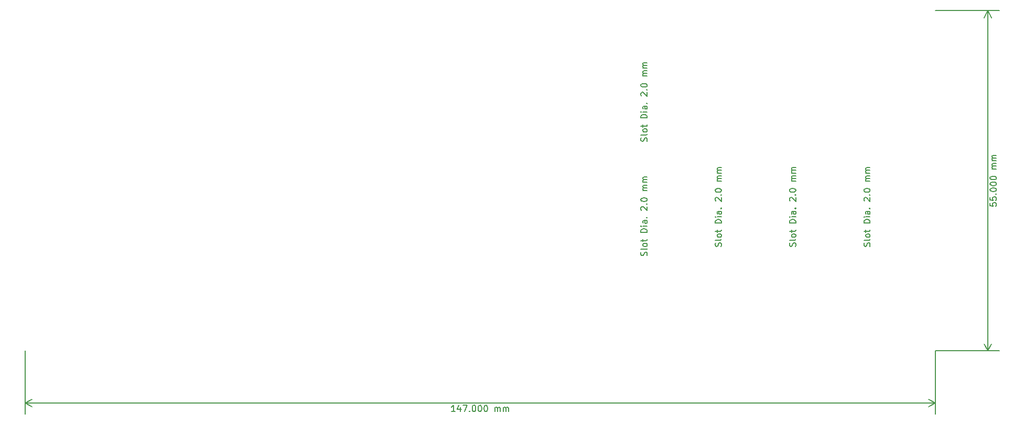
<source format=gbr>
G04 #@! TF.GenerationSoftware,KiCad,Pcbnew,(2017-08-07 revision 2d9ab80b4)-master*
G04 #@! TF.CreationDate,2017-08-10T02:16:17+02:00*
G04 #@! TF.ProjectId,z-module-pcb-r2,7A2D6D6F64756C652D7063622D72322E,rev?*
G04 #@! TF.SameCoordinates,Original*
G04 #@! TF.FileFunction,Drawing*
%FSLAX46Y46*%
G04 Gerber Fmt 4.6, Leading zero omitted, Abs format (unit mm)*
G04 Created by KiCad (PCBNEW (2017-08-07 revision 2d9ab80b4)-master) date Thu Aug 10 02:16:17 2017*
%MOMM*%
%LPD*%
G01*
G04 APERTURE LIST*
%ADD10C,0.200000*%
G04 APERTURE END LIST*
D10*
X266852380Y-97119047D02*
X266852380Y-97595238D01*
X267328571Y-97642857D01*
X267280952Y-97595238D01*
X267233333Y-97500000D01*
X267233333Y-97261904D01*
X267280952Y-97166666D01*
X267328571Y-97119047D01*
X267423809Y-97071428D01*
X267661904Y-97071428D01*
X267757142Y-97119047D01*
X267804761Y-97166666D01*
X267852380Y-97261904D01*
X267852380Y-97500000D01*
X267804761Y-97595238D01*
X267757142Y-97642857D01*
X266852380Y-96166666D02*
X266852380Y-96642857D01*
X267328571Y-96690476D01*
X267280952Y-96642857D01*
X267233333Y-96547619D01*
X267233333Y-96309523D01*
X267280952Y-96214285D01*
X267328571Y-96166666D01*
X267423809Y-96119047D01*
X267661904Y-96119047D01*
X267757142Y-96166666D01*
X267804761Y-96214285D01*
X267852380Y-96309523D01*
X267852380Y-96547619D01*
X267804761Y-96642857D01*
X267757142Y-96690476D01*
X267757142Y-95690476D02*
X267804761Y-95642857D01*
X267852380Y-95690476D01*
X267804761Y-95738095D01*
X267757142Y-95690476D01*
X267852380Y-95690476D01*
X266852380Y-95023809D02*
X266852380Y-94928571D01*
X266900000Y-94833333D01*
X266947619Y-94785714D01*
X267042857Y-94738095D01*
X267233333Y-94690476D01*
X267471428Y-94690476D01*
X267661904Y-94738095D01*
X267757142Y-94785714D01*
X267804761Y-94833333D01*
X267852380Y-94928571D01*
X267852380Y-95023809D01*
X267804761Y-95119047D01*
X267757142Y-95166666D01*
X267661904Y-95214285D01*
X267471428Y-95261904D01*
X267233333Y-95261904D01*
X267042857Y-95214285D01*
X266947619Y-95166666D01*
X266900000Y-95119047D01*
X266852380Y-95023809D01*
X266852380Y-94071428D02*
X266852380Y-93976190D01*
X266900000Y-93880952D01*
X266947619Y-93833333D01*
X267042857Y-93785714D01*
X267233333Y-93738095D01*
X267471428Y-93738095D01*
X267661904Y-93785714D01*
X267757142Y-93833333D01*
X267804761Y-93880952D01*
X267852380Y-93976190D01*
X267852380Y-94071428D01*
X267804761Y-94166666D01*
X267757142Y-94214285D01*
X267661904Y-94261904D01*
X267471428Y-94309523D01*
X267233333Y-94309523D01*
X267042857Y-94261904D01*
X266947619Y-94214285D01*
X266900000Y-94166666D01*
X266852380Y-94071428D01*
X266852380Y-93119047D02*
X266852380Y-93023809D01*
X266900000Y-92928571D01*
X266947619Y-92880952D01*
X267042857Y-92833333D01*
X267233333Y-92785714D01*
X267471428Y-92785714D01*
X267661904Y-92833333D01*
X267757142Y-92880952D01*
X267804761Y-92928571D01*
X267852380Y-93023809D01*
X267852380Y-93119047D01*
X267804761Y-93214285D01*
X267757142Y-93261904D01*
X267661904Y-93309523D01*
X267471428Y-93357142D01*
X267233333Y-93357142D01*
X267042857Y-93309523D01*
X266947619Y-93261904D01*
X266900000Y-93214285D01*
X266852380Y-93119047D01*
X267852380Y-91595238D02*
X267185714Y-91595238D01*
X267280952Y-91595238D02*
X267233333Y-91547619D01*
X267185714Y-91452380D01*
X267185714Y-91309523D01*
X267233333Y-91214285D01*
X267328571Y-91166666D01*
X267852380Y-91166666D01*
X267328571Y-91166666D02*
X267233333Y-91119047D01*
X267185714Y-91023809D01*
X267185714Y-90880952D01*
X267233333Y-90785714D01*
X267328571Y-90738095D01*
X267852380Y-90738095D01*
X267852380Y-90261904D02*
X267185714Y-90261904D01*
X267280952Y-90261904D02*
X267233333Y-90214285D01*
X267185714Y-90119047D01*
X267185714Y-89976190D01*
X267233333Y-89880952D01*
X267328571Y-89833333D01*
X267852380Y-89833333D01*
X267328571Y-89833333D02*
X267233333Y-89785714D01*
X267185714Y-89690476D01*
X267185714Y-89547619D01*
X267233333Y-89452380D01*
X267328571Y-89404761D01*
X267852380Y-89404761D01*
X266500000Y-121000000D02*
X266500000Y-66000000D01*
X258000000Y-121000000D02*
X268300000Y-121000000D01*
X258000000Y-66000000D02*
X268300000Y-66000000D01*
X266500000Y-66000000D02*
X267086421Y-67126504D01*
X266500000Y-66000000D02*
X265913579Y-67126504D01*
X266500000Y-121000000D02*
X267086421Y-119873496D01*
X266500000Y-121000000D02*
X265913579Y-119873496D01*
X211404761Y-87130952D02*
X211452380Y-86988095D01*
X211452380Y-86750000D01*
X211404761Y-86654761D01*
X211357142Y-86607142D01*
X211261904Y-86559523D01*
X211166666Y-86559523D01*
X211071428Y-86607142D01*
X211023809Y-86654761D01*
X210976190Y-86750000D01*
X210928571Y-86940476D01*
X210880952Y-87035714D01*
X210833333Y-87083333D01*
X210738095Y-87130952D01*
X210642857Y-87130952D01*
X210547619Y-87083333D01*
X210500000Y-87035714D01*
X210452380Y-86940476D01*
X210452380Y-86702380D01*
X210500000Y-86559523D01*
X211452380Y-85988095D02*
X211404761Y-86083333D01*
X211309523Y-86130952D01*
X210452380Y-86130952D01*
X211452380Y-85464285D02*
X211404761Y-85559523D01*
X211357142Y-85607142D01*
X211261904Y-85654761D01*
X210976190Y-85654761D01*
X210880952Y-85607142D01*
X210833333Y-85559523D01*
X210785714Y-85464285D01*
X210785714Y-85321428D01*
X210833333Y-85226190D01*
X210880952Y-85178571D01*
X210976190Y-85130952D01*
X211261904Y-85130952D01*
X211357142Y-85178571D01*
X211404761Y-85226190D01*
X211452380Y-85321428D01*
X211452380Y-85464285D01*
X210785714Y-84845238D02*
X210785714Y-84464285D01*
X210452380Y-84702380D02*
X211309523Y-84702380D01*
X211404761Y-84654761D01*
X211452380Y-84559523D01*
X211452380Y-84464285D01*
X211452380Y-83369047D02*
X210452380Y-83369047D01*
X210452380Y-83130952D01*
X210500000Y-82988095D01*
X210595238Y-82892857D01*
X210690476Y-82845238D01*
X210880952Y-82797619D01*
X211023809Y-82797619D01*
X211214285Y-82845238D01*
X211309523Y-82892857D01*
X211404761Y-82988095D01*
X211452380Y-83130952D01*
X211452380Y-83369047D01*
X211452380Y-82369047D02*
X210785714Y-82369047D01*
X210452380Y-82369047D02*
X210500000Y-82416666D01*
X210547619Y-82369047D01*
X210500000Y-82321428D01*
X210452380Y-82369047D01*
X210547619Y-82369047D01*
X211452380Y-81464285D02*
X210928571Y-81464285D01*
X210833333Y-81511904D01*
X210785714Y-81607142D01*
X210785714Y-81797619D01*
X210833333Y-81892857D01*
X211404761Y-81464285D02*
X211452380Y-81559523D01*
X211452380Y-81797619D01*
X211404761Y-81892857D01*
X211309523Y-81940476D01*
X211214285Y-81940476D01*
X211119047Y-81892857D01*
X211071428Y-81797619D01*
X211071428Y-81559523D01*
X211023809Y-81464285D01*
X211357142Y-80988095D02*
X211404761Y-80940476D01*
X211452380Y-80988095D01*
X211404761Y-81035714D01*
X211357142Y-80988095D01*
X211452380Y-80988095D01*
X210547619Y-79797619D02*
X210500000Y-79750000D01*
X210452380Y-79654761D01*
X210452380Y-79416666D01*
X210500000Y-79321428D01*
X210547619Y-79273809D01*
X210642857Y-79226190D01*
X210738095Y-79226190D01*
X210880952Y-79273809D01*
X211452380Y-79845238D01*
X211452380Y-79226190D01*
X211357142Y-78797619D02*
X211404761Y-78750000D01*
X211452380Y-78797619D01*
X211404761Y-78845238D01*
X211357142Y-78797619D01*
X211452380Y-78797619D01*
X210452380Y-78130952D02*
X210452380Y-78035714D01*
X210500000Y-77940476D01*
X210547619Y-77892857D01*
X210642857Y-77845238D01*
X210833333Y-77797619D01*
X211071428Y-77797619D01*
X211261904Y-77845238D01*
X211357142Y-77892857D01*
X211404761Y-77940476D01*
X211452380Y-78035714D01*
X211452380Y-78130952D01*
X211404761Y-78226190D01*
X211357142Y-78273809D01*
X211261904Y-78321428D01*
X211071428Y-78369047D01*
X210833333Y-78369047D01*
X210642857Y-78321428D01*
X210547619Y-78273809D01*
X210500000Y-78226190D01*
X210452380Y-78130952D01*
X211452380Y-76607142D02*
X210785714Y-76607142D01*
X210880952Y-76607142D02*
X210833333Y-76559523D01*
X210785714Y-76464285D01*
X210785714Y-76321428D01*
X210833333Y-76226190D01*
X210928571Y-76178571D01*
X211452380Y-76178571D01*
X210928571Y-76178571D02*
X210833333Y-76130952D01*
X210785714Y-76035714D01*
X210785714Y-75892857D01*
X210833333Y-75797619D01*
X210928571Y-75750000D01*
X211452380Y-75750000D01*
X211452380Y-75273809D02*
X210785714Y-75273809D01*
X210880952Y-75273809D02*
X210833333Y-75226190D01*
X210785714Y-75130952D01*
X210785714Y-74988095D01*
X210833333Y-74892857D01*
X210928571Y-74845238D01*
X211452380Y-74845238D01*
X210928571Y-74845238D02*
X210833333Y-74797619D01*
X210785714Y-74702380D01*
X210785714Y-74559523D01*
X210833333Y-74464285D01*
X210928571Y-74416666D01*
X211452380Y-74416666D01*
X211404761Y-105630952D02*
X211452380Y-105488095D01*
X211452380Y-105250000D01*
X211404761Y-105154761D01*
X211357142Y-105107142D01*
X211261904Y-105059523D01*
X211166666Y-105059523D01*
X211071428Y-105107142D01*
X211023809Y-105154761D01*
X210976190Y-105250000D01*
X210928571Y-105440476D01*
X210880952Y-105535714D01*
X210833333Y-105583333D01*
X210738095Y-105630952D01*
X210642857Y-105630952D01*
X210547619Y-105583333D01*
X210500000Y-105535714D01*
X210452380Y-105440476D01*
X210452380Y-105202380D01*
X210500000Y-105059523D01*
X211452380Y-104488095D02*
X211404761Y-104583333D01*
X211309523Y-104630952D01*
X210452380Y-104630952D01*
X211452380Y-103964285D02*
X211404761Y-104059523D01*
X211357142Y-104107142D01*
X211261904Y-104154761D01*
X210976190Y-104154761D01*
X210880952Y-104107142D01*
X210833333Y-104059523D01*
X210785714Y-103964285D01*
X210785714Y-103821428D01*
X210833333Y-103726190D01*
X210880952Y-103678571D01*
X210976190Y-103630952D01*
X211261904Y-103630952D01*
X211357142Y-103678571D01*
X211404761Y-103726190D01*
X211452380Y-103821428D01*
X211452380Y-103964285D01*
X210785714Y-103345238D02*
X210785714Y-102964285D01*
X210452380Y-103202380D02*
X211309523Y-103202380D01*
X211404761Y-103154761D01*
X211452380Y-103059523D01*
X211452380Y-102964285D01*
X211452380Y-101869047D02*
X210452380Y-101869047D01*
X210452380Y-101630952D01*
X210500000Y-101488095D01*
X210595238Y-101392857D01*
X210690476Y-101345238D01*
X210880952Y-101297619D01*
X211023809Y-101297619D01*
X211214285Y-101345238D01*
X211309523Y-101392857D01*
X211404761Y-101488095D01*
X211452380Y-101630952D01*
X211452380Y-101869047D01*
X211452380Y-100869047D02*
X210785714Y-100869047D01*
X210452380Y-100869047D02*
X210500000Y-100916666D01*
X210547619Y-100869047D01*
X210500000Y-100821428D01*
X210452380Y-100869047D01*
X210547619Y-100869047D01*
X211452380Y-99964285D02*
X210928571Y-99964285D01*
X210833333Y-100011904D01*
X210785714Y-100107142D01*
X210785714Y-100297619D01*
X210833333Y-100392857D01*
X211404761Y-99964285D02*
X211452380Y-100059523D01*
X211452380Y-100297619D01*
X211404761Y-100392857D01*
X211309523Y-100440476D01*
X211214285Y-100440476D01*
X211119047Y-100392857D01*
X211071428Y-100297619D01*
X211071428Y-100059523D01*
X211023809Y-99964285D01*
X211357142Y-99488095D02*
X211404761Y-99440476D01*
X211452380Y-99488095D01*
X211404761Y-99535714D01*
X211357142Y-99488095D01*
X211452380Y-99488095D01*
X210547619Y-98297619D02*
X210500000Y-98250000D01*
X210452380Y-98154761D01*
X210452380Y-97916666D01*
X210500000Y-97821428D01*
X210547619Y-97773809D01*
X210642857Y-97726190D01*
X210738095Y-97726190D01*
X210880952Y-97773809D01*
X211452380Y-98345238D01*
X211452380Y-97726190D01*
X211357142Y-97297619D02*
X211404761Y-97250000D01*
X211452380Y-97297619D01*
X211404761Y-97345238D01*
X211357142Y-97297619D01*
X211452380Y-97297619D01*
X210452380Y-96630952D02*
X210452380Y-96535714D01*
X210500000Y-96440476D01*
X210547619Y-96392857D01*
X210642857Y-96345238D01*
X210833333Y-96297619D01*
X211071428Y-96297619D01*
X211261904Y-96345238D01*
X211357142Y-96392857D01*
X211404761Y-96440476D01*
X211452380Y-96535714D01*
X211452380Y-96630952D01*
X211404761Y-96726190D01*
X211357142Y-96773809D01*
X211261904Y-96821428D01*
X211071428Y-96869047D01*
X210833333Y-96869047D01*
X210642857Y-96821428D01*
X210547619Y-96773809D01*
X210500000Y-96726190D01*
X210452380Y-96630952D01*
X211452380Y-95107142D02*
X210785714Y-95107142D01*
X210880952Y-95107142D02*
X210833333Y-95059523D01*
X210785714Y-94964285D01*
X210785714Y-94821428D01*
X210833333Y-94726190D01*
X210928571Y-94678571D01*
X211452380Y-94678571D01*
X210928571Y-94678571D02*
X210833333Y-94630952D01*
X210785714Y-94535714D01*
X210785714Y-94392857D01*
X210833333Y-94297619D01*
X210928571Y-94250000D01*
X211452380Y-94250000D01*
X211452380Y-93773809D02*
X210785714Y-93773809D01*
X210880952Y-93773809D02*
X210833333Y-93726190D01*
X210785714Y-93630952D01*
X210785714Y-93488095D01*
X210833333Y-93392857D01*
X210928571Y-93345238D01*
X211452380Y-93345238D01*
X210928571Y-93345238D02*
X210833333Y-93297619D01*
X210785714Y-93202380D01*
X210785714Y-93059523D01*
X210833333Y-92964285D01*
X210928571Y-92916666D01*
X211452380Y-92916666D01*
X223404761Y-104130952D02*
X223452380Y-103988095D01*
X223452380Y-103750000D01*
X223404761Y-103654761D01*
X223357142Y-103607142D01*
X223261904Y-103559523D01*
X223166666Y-103559523D01*
X223071428Y-103607142D01*
X223023809Y-103654761D01*
X222976190Y-103750000D01*
X222928571Y-103940476D01*
X222880952Y-104035714D01*
X222833333Y-104083333D01*
X222738095Y-104130952D01*
X222642857Y-104130952D01*
X222547619Y-104083333D01*
X222500000Y-104035714D01*
X222452380Y-103940476D01*
X222452380Y-103702380D01*
X222500000Y-103559523D01*
X223452380Y-102988095D02*
X223404761Y-103083333D01*
X223309523Y-103130952D01*
X222452380Y-103130952D01*
X223452380Y-102464285D02*
X223404761Y-102559523D01*
X223357142Y-102607142D01*
X223261904Y-102654761D01*
X222976190Y-102654761D01*
X222880952Y-102607142D01*
X222833333Y-102559523D01*
X222785714Y-102464285D01*
X222785714Y-102321428D01*
X222833333Y-102226190D01*
X222880952Y-102178571D01*
X222976190Y-102130952D01*
X223261904Y-102130952D01*
X223357142Y-102178571D01*
X223404761Y-102226190D01*
X223452380Y-102321428D01*
X223452380Y-102464285D01*
X222785714Y-101845238D02*
X222785714Y-101464285D01*
X222452380Y-101702380D02*
X223309523Y-101702380D01*
X223404761Y-101654761D01*
X223452380Y-101559523D01*
X223452380Y-101464285D01*
X223452380Y-100369047D02*
X222452380Y-100369047D01*
X222452380Y-100130952D01*
X222500000Y-99988095D01*
X222595238Y-99892857D01*
X222690476Y-99845238D01*
X222880952Y-99797619D01*
X223023809Y-99797619D01*
X223214285Y-99845238D01*
X223309523Y-99892857D01*
X223404761Y-99988095D01*
X223452380Y-100130952D01*
X223452380Y-100369047D01*
X223452380Y-99369047D02*
X222785714Y-99369047D01*
X222452380Y-99369047D02*
X222500000Y-99416666D01*
X222547619Y-99369047D01*
X222500000Y-99321428D01*
X222452380Y-99369047D01*
X222547619Y-99369047D01*
X223452380Y-98464285D02*
X222928571Y-98464285D01*
X222833333Y-98511904D01*
X222785714Y-98607142D01*
X222785714Y-98797619D01*
X222833333Y-98892857D01*
X223404761Y-98464285D02*
X223452380Y-98559523D01*
X223452380Y-98797619D01*
X223404761Y-98892857D01*
X223309523Y-98940476D01*
X223214285Y-98940476D01*
X223119047Y-98892857D01*
X223071428Y-98797619D01*
X223071428Y-98559523D01*
X223023809Y-98464285D01*
X223357142Y-97988095D02*
X223404761Y-97940476D01*
X223452380Y-97988095D01*
X223404761Y-98035714D01*
X223357142Y-97988095D01*
X223452380Y-97988095D01*
X222547619Y-96797619D02*
X222500000Y-96750000D01*
X222452380Y-96654761D01*
X222452380Y-96416666D01*
X222500000Y-96321428D01*
X222547619Y-96273809D01*
X222642857Y-96226190D01*
X222738095Y-96226190D01*
X222880952Y-96273809D01*
X223452380Y-96845238D01*
X223452380Y-96226190D01*
X223357142Y-95797619D02*
X223404761Y-95750000D01*
X223452380Y-95797619D01*
X223404761Y-95845238D01*
X223357142Y-95797619D01*
X223452380Y-95797619D01*
X222452380Y-95130952D02*
X222452380Y-95035714D01*
X222500000Y-94940476D01*
X222547619Y-94892857D01*
X222642857Y-94845238D01*
X222833333Y-94797619D01*
X223071428Y-94797619D01*
X223261904Y-94845238D01*
X223357142Y-94892857D01*
X223404761Y-94940476D01*
X223452380Y-95035714D01*
X223452380Y-95130952D01*
X223404761Y-95226190D01*
X223357142Y-95273809D01*
X223261904Y-95321428D01*
X223071428Y-95369047D01*
X222833333Y-95369047D01*
X222642857Y-95321428D01*
X222547619Y-95273809D01*
X222500000Y-95226190D01*
X222452380Y-95130952D01*
X223452380Y-93607142D02*
X222785714Y-93607142D01*
X222880952Y-93607142D02*
X222833333Y-93559523D01*
X222785714Y-93464285D01*
X222785714Y-93321428D01*
X222833333Y-93226190D01*
X222928571Y-93178571D01*
X223452380Y-93178571D01*
X222928571Y-93178571D02*
X222833333Y-93130952D01*
X222785714Y-93035714D01*
X222785714Y-92892857D01*
X222833333Y-92797619D01*
X222928571Y-92750000D01*
X223452380Y-92750000D01*
X223452380Y-92273809D02*
X222785714Y-92273809D01*
X222880952Y-92273809D02*
X222833333Y-92226190D01*
X222785714Y-92130952D01*
X222785714Y-91988095D01*
X222833333Y-91892857D01*
X222928571Y-91845238D01*
X223452380Y-91845238D01*
X222928571Y-91845238D02*
X222833333Y-91797619D01*
X222785714Y-91702380D01*
X222785714Y-91559523D01*
X222833333Y-91464285D01*
X222928571Y-91416666D01*
X223452380Y-91416666D01*
X235404761Y-104130952D02*
X235452380Y-103988095D01*
X235452380Y-103750000D01*
X235404761Y-103654761D01*
X235357142Y-103607142D01*
X235261904Y-103559523D01*
X235166666Y-103559523D01*
X235071428Y-103607142D01*
X235023809Y-103654761D01*
X234976190Y-103750000D01*
X234928571Y-103940476D01*
X234880952Y-104035714D01*
X234833333Y-104083333D01*
X234738095Y-104130952D01*
X234642857Y-104130952D01*
X234547619Y-104083333D01*
X234500000Y-104035714D01*
X234452380Y-103940476D01*
X234452380Y-103702380D01*
X234500000Y-103559523D01*
X235452380Y-102988095D02*
X235404761Y-103083333D01*
X235309523Y-103130952D01*
X234452380Y-103130952D01*
X235452380Y-102464285D02*
X235404761Y-102559523D01*
X235357142Y-102607142D01*
X235261904Y-102654761D01*
X234976190Y-102654761D01*
X234880952Y-102607142D01*
X234833333Y-102559523D01*
X234785714Y-102464285D01*
X234785714Y-102321428D01*
X234833333Y-102226190D01*
X234880952Y-102178571D01*
X234976190Y-102130952D01*
X235261904Y-102130952D01*
X235357142Y-102178571D01*
X235404761Y-102226190D01*
X235452380Y-102321428D01*
X235452380Y-102464285D01*
X234785714Y-101845238D02*
X234785714Y-101464285D01*
X234452380Y-101702380D02*
X235309523Y-101702380D01*
X235404761Y-101654761D01*
X235452380Y-101559523D01*
X235452380Y-101464285D01*
X235452380Y-100369047D02*
X234452380Y-100369047D01*
X234452380Y-100130952D01*
X234500000Y-99988095D01*
X234595238Y-99892857D01*
X234690476Y-99845238D01*
X234880952Y-99797619D01*
X235023809Y-99797619D01*
X235214285Y-99845238D01*
X235309523Y-99892857D01*
X235404761Y-99988095D01*
X235452380Y-100130952D01*
X235452380Y-100369047D01*
X235452380Y-99369047D02*
X234785714Y-99369047D01*
X234452380Y-99369047D02*
X234500000Y-99416666D01*
X234547619Y-99369047D01*
X234500000Y-99321428D01*
X234452380Y-99369047D01*
X234547619Y-99369047D01*
X235452380Y-98464285D02*
X234928571Y-98464285D01*
X234833333Y-98511904D01*
X234785714Y-98607142D01*
X234785714Y-98797619D01*
X234833333Y-98892857D01*
X235404761Y-98464285D02*
X235452380Y-98559523D01*
X235452380Y-98797619D01*
X235404761Y-98892857D01*
X235309523Y-98940476D01*
X235214285Y-98940476D01*
X235119047Y-98892857D01*
X235071428Y-98797619D01*
X235071428Y-98559523D01*
X235023809Y-98464285D01*
X235357142Y-97988095D02*
X235404761Y-97940476D01*
X235452380Y-97988095D01*
X235404761Y-98035714D01*
X235357142Y-97988095D01*
X235452380Y-97988095D01*
X234547619Y-96797619D02*
X234500000Y-96750000D01*
X234452380Y-96654761D01*
X234452380Y-96416666D01*
X234500000Y-96321428D01*
X234547619Y-96273809D01*
X234642857Y-96226190D01*
X234738095Y-96226190D01*
X234880952Y-96273809D01*
X235452380Y-96845238D01*
X235452380Y-96226190D01*
X235357142Y-95797619D02*
X235404761Y-95750000D01*
X235452380Y-95797619D01*
X235404761Y-95845238D01*
X235357142Y-95797619D01*
X235452380Y-95797619D01*
X234452380Y-95130952D02*
X234452380Y-95035714D01*
X234500000Y-94940476D01*
X234547619Y-94892857D01*
X234642857Y-94845238D01*
X234833333Y-94797619D01*
X235071428Y-94797619D01*
X235261904Y-94845238D01*
X235357142Y-94892857D01*
X235404761Y-94940476D01*
X235452380Y-95035714D01*
X235452380Y-95130952D01*
X235404761Y-95226190D01*
X235357142Y-95273809D01*
X235261904Y-95321428D01*
X235071428Y-95369047D01*
X234833333Y-95369047D01*
X234642857Y-95321428D01*
X234547619Y-95273809D01*
X234500000Y-95226190D01*
X234452380Y-95130952D01*
X235452380Y-93607142D02*
X234785714Y-93607142D01*
X234880952Y-93607142D02*
X234833333Y-93559523D01*
X234785714Y-93464285D01*
X234785714Y-93321428D01*
X234833333Y-93226190D01*
X234928571Y-93178571D01*
X235452380Y-93178571D01*
X234928571Y-93178571D02*
X234833333Y-93130952D01*
X234785714Y-93035714D01*
X234785714Y-92892857D01*
X234833333Y-92797619D01*
X234928571Y-92750000D01*
X235452380Y-92750000D01*
X235452380Y-92273809D02*
X234785714Y-92273809D01*
X234880952Y-92273809D02*
X234833333Y-92226190D01*
X234785714Y-92130952D01*
X234785714Y-91988095D01*
X234833333Y-91892857D01*
X234928571Y-91845238D01*
X235452380Y-91845238D01*
X234928571Y-91845238D02*
X234833333Y-91797619D01*
X234785714Y-91702380D01*
X234785714Y-91559523D01*
X234833333Y-91464285D01*
X234928571Y-91416666D01*
X235452380Y-91416666D01*
X247404761Y-104130952D02*
X247452380Y-103988095D01*
X247452380Y-103750000D01*
X247404761Y-103654761D01*
X247357142Y-103607142D01*
X247261904Y-103559523D01*
X247166666Y-103559523D01*
X247071428Y-103607142D01*
X247023809Y-103654761D01*
X246976190Y-103750000D01*
X246928571Y-103940476D01*
X246880952Y-104035714D01*
X246833333Y-104083333D01*
X246738095Y-104130952D01*
X246642857Y-104130952D01*
X246547619Y-104083333D01*
X246500000Y-104035714D01*
X246452380Y-103940476D01*
X246452380Y-103702380D01*
X246500000Y-103559523D01*
X247452380Y-102988095D02*
X247404761Y-103083333D01*
X247309523Y-103130952D01*
X246452380Y-103130952D01*
X247452380Y-102464285D02*
X247404761Y-102559523D01*
X247357142Y-102607142D01*
X247261904Y-102654761D01*
X246976190Y-102654761D01*
X246880952Y-102607142D01*
X246833333Y-102559523D01*
X246785714Y-102464285D01*
X246785714Y-102321428D01*
X246833333Y-102226190D01*
X246880952Y-102178571D01*
X246976190Y-102130952D01*
X247261904Y-102130952D01*
X247357142Y-102178571D01*
X247404761Y-102226190D01*
X247452380Y-102321428D01*
X247452380Y-102464285D01*
X246785714Y-101845238D02*
X246785714Y-101464285D01*
X246452380Y-101702380D02*
X247309523Y-101702380D01*
X247404761Y-101654761D01*
X247452380Y-101559523D01*
X247452380Y-101464285D01*
X247452380Y-100369047D02*
X246452380Y-100369047D01*
X246452380Y-100130952D01*
X246500000Y-99988095D01*
X246595238Y-99892857D01*
X246690476Y-99845238D01*
X246880952Y-99797619D01*
X247023809Y-99797619D01*
X247214285Y-99845238D01*
X247309523Y-99892857D01*
X247404761Y-99988095D01*
X247452380Y-100130952D01*
X247452380Y-100369047D01*
X247452380Y-99369047D02*
X246785714Y-99369047D01*
X246452380Y-99369047D02*
X246500000Y-99416666D01*
X246547619Y-99369047D01*
X246500000Y-99321428D01*
X246452380Y-99369047D01*
X246547619Y-99369047D01*
X247452380Y-98464285D02*
X246928571Y-98464285D01*
X246833333Y-98511904D01*
X246785714Y-98607142D01*
X246785714Y-98797619D01*
X246833333Y-98892857D01*
X247404761Y-98464285D02*
X247452380Y-98559523D01*
X247452380Y-98797619D01*
X247404761Y-98892857D01*
X247309523Y-98940476D01*
X247214285Y-98940476D01*
X247119047Y-98892857D01*
X247071428Y-98797619D01*
X247071428Y-98559523D01*
X247023809Y-98464285D01*
X247357142Y-97988095D02*
X247404761Y-97940476D01*
X247452380Y-97988095D01*
X247404761Y-98035714D01*
X247357142Y-97988095D01*
X247452380Y-97988095D01*
X246547619Y-96797619D02*
X246500000Y-96750000D01*
X246452380Y-96654761D01*
X246452380Y-96416666D01*
X246500000Y-96321428D01*
X246547619Y-96273809D01*
X246642857Y-96226190D01*
X246738095Y-96226190D01*
X246880952Y-96273809D01*
X247452380Y-96845238D01*
X247452380Y-96226190D01*
X247357142Y-95797619D02*
X247404761Y-95750000D01*
X247452380Y-95797619D01*
X247404761Y-95845238D01*
X247357142Y-95797619D01*
X247452380Y-95797619D01*
X246452380Y-95130952D02*
X246452380Y-95035714D01*
X246500000Y-94940476D01*
X246547619Y-94892857D01*
X246642857Y-94845238D01*
X246833333Y-94797619D01*
X247071428Y-94797619D01*
X247261904Y-94845238D01*
X247357142Y-94892857D01*
X247404761Y-94940476D01*
X247452380Y-95035714D01*
X247452380Y-95130952D01*
X247404761Y-95226190D01*
X247357142Y-95273809D01*
X247261904Y-95321428D01*
X247071428Y-95369047D01*
X246833333Y-95369047D01*
X246642857Y-95321428D01*
X246547619Y-95273809D01*
X246500000Y-95226190D01*
X246452380Y-95130952D01*
X247452380Y-93607142D02*
X246785714Y-93607142D01*
X246880952Y-93607142D02*
X246833333Y-93559523D01*
X246785714Y-93464285D01*
X246785714Y-93321428D01*
X246833333Y-93226190D01*
X246928571Y-93178571D01*
X247452380Y-93178571D01*
X246928571Y-93178571D02*
X246833333Y-93130952D01*
X246785714Y-93035714D01*
X246785714Y-92892857D01*
X246833333Y-92797619D01*
X246928571Y-92750000D01*
X247452380Y-92750000D01*
X247452380Y-92273809D02*
X246785714Y-92273809D01*
X246880952Y-92273809D02*
X246833333Y-92226190D01*
X246785714Y-92130952D01*
X246785714Y-91988095D01*
X246833333Y-91892857D01*
X246928571Y-91845238D01*
X247452380Y-91845238D01*
X246928571Y-91845238D02*
X246833333Y-91797619D01*
X246785714Y-91702380D01*
X246785714Y-91559523D01*
X246833333Y-91464285D01*
X246928571Y-91416666D01*
X247452380Y-91416666D01*
X180452380Y-130852380D02*
X179880952Y-130852380D01*
X180166666Y-130852380D02*
X180166666Y-129852380D01*
X180071428Y-129995238D01*
X179976190Y-130090476D01*
X179880952Y-130138095D01*
X181309523Y-130185714D02*
X181309523Y-130852380D01*
X181071428Y-129804761D02*
X180833333Y-130519047D01*
X181452380Y-130519047D01*
X181738095Y-129852380D02*
X182404761Y-129852380D01*
X181976190Y-130852380D01*
X182785714Y-130757142D02*
X182833333Y-130804761D01*
X182785714Y-130852380D01*
X182738095Y-130804761D01*
X182785714Y-130757142D01*
X182785714Y-130852380D01*
X183452380Y-129852380D02*
X183547619Y-129852380D01*
X183642857Y-129900000D01*
X183690476Y-129947619D01*
X183738095Y-130042857D01*
X183785714Y-130233333D01*
X183785714Y-130471428D01*
X183738095Y-130661904D01*
X183690476Y-130757142D01*
X183642857Y-130804761D01*
X183547619Y-130852380D01*
X183452380Y-130852380D01*
X183357142Y-130804761D01*
X183309523Y-130757142D01*
X183261904Y-130661904D01*
X183214285Y-130471428D01*
X183214285Y-130233333D01*
X183261904Y-130042857D01*
X183309523Y-129947619D01*
X183357142Y-129900000D01*
X183452380Y-129852380D01*
X184404761Y-129852380D02*
X184500000Y-129852380D01*
X184595238Y-129900000D01*
X184642857Y-129947619D01*
X184690476Y-130042857D01*
X184738095Y-130233333D01*
X184738095Y-130471428D01*
X184690476Y-130661904D01*
X184642857Y-130757142D01*
X184595238Y-130804761D01*
X184500000Y-130852380D01*
X184404761Y-130852380D01*
X184309523Y-130804761D01*
X184261904Y-130757142D01*
X184214285Y-130661904D01*
X184166666Y-130471428D01*
X184166666Y-130233333D01*
X184214285Y-130042857D01*
X184261904Y-129947619D01*
X184309523Y-129900000D01*
X184404761Y-129852380D01*
X185357142Y-129852380D02*
X185452380Y-129852380D01*
X185547619Y-129900000D01*
X185595238Y-129947619D01*
X185642857Y-130042857D01*
X185690476Y-130233333D01*
X185690476Y-130471428D01*
X185642857Y-130661904D01*
X185595238Y-130757142D01*
X185547619Y-130804761D01*
X185452380Y-130852380D01*
X185357142Y-130852380D01*
X185261904Y-130804761D01*
X185214285Y-130757142D01*
X185166666Y-130661904D01*
X185119047Y-130471428D01*
X185119047Y-130233333D01*
X185166666Y-130042857D01*
X185214285Y-129947619D01*
X185261904Y-129900000D01*
X185357142Y-129852380D01*
X186880952Y-130852380D02*
X186880952Y-130185714D01*
X186880952Y-130280952D02*
X186928571Y-130233333D01*
X187023809Y-130185714D01*
X187166666Y-130185714D01*
X187261904Y-130233333D01*
X187309523Y-130328571D01*
X187309523Y-130852380D01*
X187309523Y-130328571D02*
X187357142Y-130233333D01*
X187452380Y-130185714D01*
X187595238Y-130185714D01*
X187690476Y-130233333D01*
X187738095Y-130328571D01*
X187738095Y-130852380D01*
X188214285Y-130852380D02*
X188214285Y-130185714D01*
X188214285Y-130280952D02*
X188261904Y-130233333D01*
X188357142Y-130185714D01*
X188500000Y-130185714D01*
X188595238Y-130233333D01*
X188642857Y-130328571D01*
X188642857Y-130852380D01*
X188642857Y-130328571D02*
X188690476Y-130233333D01*
X188785714Y-130185714D01*
X188928571Y-130185714D01*
X189023809Y-130233333D01*
X189071428Y-130328571D01*
X189071428Y-130852380D01*
X111000000Y-129500000D02*
X258000000Y-129500000D01*
X111000000Y-121000000D02*
X111000000Y-131300000D01*
X258000000Y-121000000D02*
X258000000Y-131300000D01*
X258000000Y-129500000D02*
X256873496Y-130086421D01*
X258000000Y-129500000D02*
X256873496Y-128913579D01*
X111000000Y-129500000D02*
X112126504Y-130086421D01*
X111000000Y-129500000D02*
X112126504Y-128913579D01*
M02*

</source>
